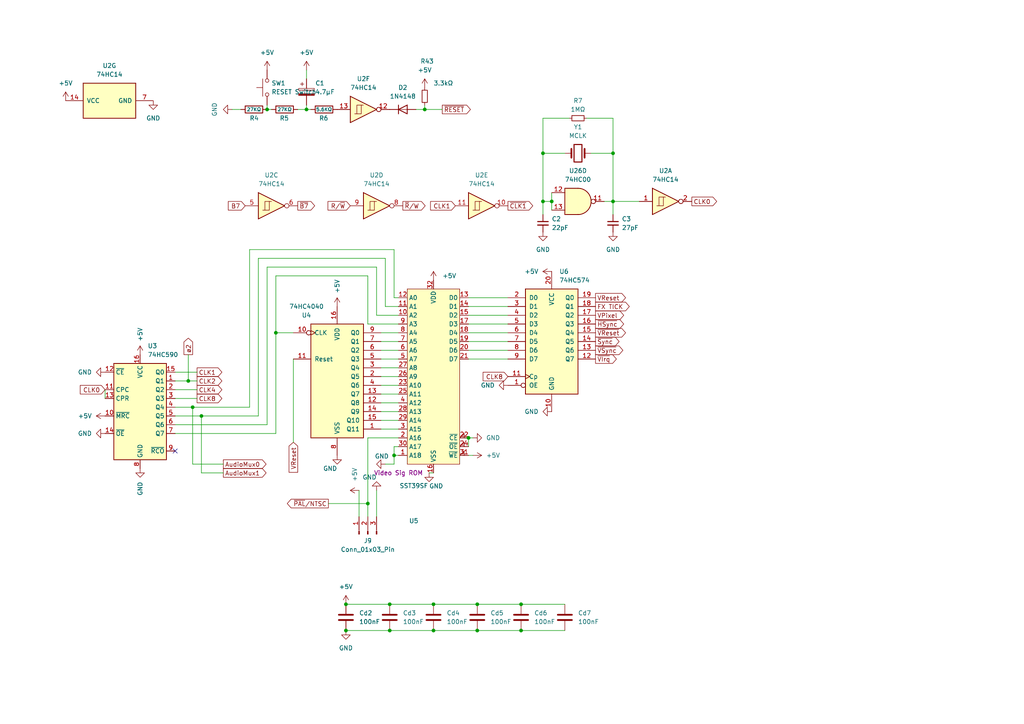
<source format=kicad_sch>
(kicad_sch (version 20231120) (generator "eeschema") (generator_version "8.0")
  (paper "A4")
  (title_block (title "Clock and Reset"))
  (lib_symbols
    (symbol "4xxx:4040" (pin_names (offset 1.016))
      (property "Reference" "U" (at -7.62 16.51 0))
      (property "Value" "4040" (at -7.62 -19.05 0))
      (symbol "4040_1_0"
        (pin output line (at 12.7 -15.24 180) (length 5.08) (name "Q11") (number "1"))
        (pin input inverted_clock (at -12.7 12.7 0) (length 5.08) (name "CLK") (number "10"))
        (pin input line (at -12.7 5.08 0) (length 5.08) (name "Reset") (number "11"))
        (pin output line (at 12.7 -7.62 180) (length 5.08) (name "Q8") (number "12"))
        (pin output line (at 12.7 -5.08 180) (length 5.08) (name "Q7") (number "13"))
        (pin output line (at 12.7 -10.16 180) (length 5.08) (name "Q9") (number "14"))
        (pin output line (at 12.7 -12.7 180) (length 5.08) (name "Q10") (number "15"))
        (pin power_in line (at 0 20.32 270) (length 5.08) (name "VDD") (number "16"))
        (pin output line (at 12.7 0 180) (length 5.08) (name "Q5") (number "2"))
        (pin output line (at 12.7 2.54 180) (length 5.08) (name "Q4") (number "3"))
        (pin output line (at 12.7 -2.54 180) (length 5.08) (name "Q6") (number "4"))
        (pin output line (at 12.7 5.08 180) (length 5.08) (name "Q3") (number "5"))
        (pin output line (at 12.7 7.62 180) (length 5.08) (name "Q2") (number "6"))
        (pin output line (at 12.7 10.16 180) (length 5.08) (name "Q1") (number "7"))
        (pin power_in line (at 0 -22.86 90) (length 5.08) (name "VSS") (number "8"))
        (pin output line (at 12.7 12.7 180) (length 5.08) (name "Q0") (number "9"))
      )
      (symbol "4040_1_1"
        (rectangle (start -7.62 15.24) (end 7.62 -17.78) (stroke (width 0.254)) (fill (type background)))
      )
    )
    (symbol "74xx:74HC00" (pin_names (offset 1.016))
      (property "Reference" "U" (at 0 1.27 0))
      (property "Value" "74HC00" (at 0 -1.27 0))
      (symbol "74HC00_1_1"
        (arc (start 0 -3.81) (mid 3.7934 0) (end 0 3.81) (stroke (width 0.254)) (fill (type background)))
        (polyline (pts (xy 0 3.81) (xy -3.81 3.81) (xy -3.81 -3.81) (xy 0 -3.81)) (stroke (width 0.254)) (fill (type background)))
        (pin input line (at -7.62 2.54 0) (length 3.81) (name "~") (number "1"))
        (pin input line (at -7.62 -2.54 0) (length 3.81) (name "~") (number "2"))
        (pin output inverted (at 7.62 0 180) (length 3.81) (name "~") (number "3"))
      )
      (symbol "74HC00_1_2"
        (arc (start -3.81 -3.81) (mid -2.589 0) (end -3.81 3.81) (stroke (width 0.254)))
        (arc (start -0.6096 -3.81) (mid 2.1842 -2.5851) (end 3.81 0) (stroke (width 0.254)) (fill (type background)))
        (polyline (pts (xy -3.81 -3.81) (xy -0.635 -3.81)) (stroke (width 0.254)) (fill (type background)))
        (polyline (pts (xy -3.81 3.81) (xy -0.635 3.81)) (stroke (width 0.254)) (fill (type background)))
        (polyline (pts (xy -0.635 3.81) (xy -3.81 3.81) (xy -3.81 3.81) (xy -3.556 3.4036) (xy -3.0226 2.2606) (xy -2.6924 1.0414) (xy -2.6162 -0.254) (xy -2.7686 -1.4986) (xy -3.175 -2.7178) (xy -3.81 -3.81) (xy -3.81 -3.81) (xy -0.635 -3.81)) (stroke (width -25.4)) (fill (type background)))
        (arc (start 3.81 0) (mid 2.1915 2.5936) (end -0.6096 3.81) (stroke (width 0.254)) (fill (type background)))
        (pin input inverted (at -7.62 2.54 0) (length 4.318) (name "~") (number "1"))
        (pin input inverted (at -7.62 -2.54 0) (length 4.318) (name "~") (number "2"))
        (pin output line (at 7.62 0 180) (length 3.81) (name "~") (number "3"))
      )
      (symbol "74HC00_2_1"
        (arc (start 0 -3.81) (mid 3.7934 0) (end 0 3.81) (stroke (width 0.254)) (fill (type background)))
        (polyline (pts (xy 0 3.81) (xy -3.81 3.81) (xy -3.81 -3.81) (xy 0 -3.81)) (stroke (width 0.254)) (fill (type background)))
        (pin input line (at -7.62 2.54 0) (length 3.81) (name "~") (number "4"))
        (pin input line (at -7.62 -2.54 0) (length 3.81) (name "~") (number "5"))
        (pin output inverted (at 7.62 0 180) (length 3.81) (name "~") (number "6"))
      )
      (symbol "74HC00_2_2"
        (arc (start -3.81 -3.81) (mid -2.589 0) (end -3.81 3.81) (stroke (width 0.254)))
        (arc (start -0.6096 -3.81) (mid 2.1842 -2.5851) (end 3.81 0) (stroke (width 0.254)) (fill (type background)))
        (polyline (pts (xy -3.81 -3.81) (xy -0.635 -3.81)) (stroke (width 0.254)) (fill (type background)))
        (polyline (pts (xy -3.81 3.81) (xy -0.635 3.81)) (stroke (width 0.254)) (fill (type background)))
        (polyline (pts (xy -0.635 3.81) (xy -3.81 3.81) (xy -3.81 3.81) (xy -3.556 3.4036) (xy -3.0226 2.2606) (xy -2.6924 1.0414) (xy -2.6162 -0.254) (xy -2.7686 -1.4986) (xy -3.175 -2.7178) (xy -3.81 -3.81) (xy -3.81 -3.81) (xy -0.635 -3.81)) (stroke (width -25.4)) (fill (type background)))
        (arc (start 3.81 0) (mid 2.1915 2.5936) (end -0.6096 3.81) (stroke (width 0.254)) (fill (type background)))
        (pin input inverted (at -7.62 2.54 0) (length 4.318) (name "~") (number "4"))
        (pin input inverted (at -7.62 -2.54 0) (length 4.318) (name "~") (number "5"))
        (pin output line (at 7.62 0 180) (length 3.81) (name "~") (number "6"))
      )
      (symbol "74HC00_3_1"
        (arc (start 0 -3.81) (mid 3.7934 0) (end 0 3.81) (stroke (width 0.254)) (fill (type background)))
        (polyline (pts (xy 0 3.81) (xy -3.81 3.81) (xy -3.81 -3.81) (xy 0 -3.81)) (stroke (width 0.254)) (fill (type background)))
        (pin input line (at -7.62 -2.54 0) (length 3.81) (name "~") (number "10"))
        (pin output inverted (at 7.62 0 180) (length 3.81) (name "~") (number "8"))
        (pin input line (at -7.62 2.54 0) (length 3.81) (name "~") (number "9"))
      )
      (symbol "74HC00_3_2"
        (arc (start -3.81 -3.81) (mid -2.589 0) (end -3.81 3.81) (stroke (width 0.254)))
        (arc (start -0.6096 -3.81) (mid 2.1842 -2.5851) (end 3.81 0) (stroke (width 0.254)) (fill (type background)))
        (polyline (pts (xy -3.81 -3.81) (xy -0.635 -3.81)) (stroke (width 0.254)) (fill (type background)))
        (polyline (pts (xy -3.81 3.81) (xy -0.635 3.81)) (stroke (width 0.254)) (fill (type background)))
        (polyline (pts (xy -0.635 3.81) (xy -3.81 3.81) (xy -3.81 3.81) (xy -3.556 3.4036) (xy -3.0226 2.2606) (xy -2.6924 1.0414) (xy -2.6162 -0.254) (xy -2.7686 -1.4986) (xy -3.175 -2.7178) (xy -3.81 -3.81) (xy -3.81 -3.81) (xy -0.635 -3.81)) (stroke (width -25.4)) (fill (type background)))
        (arc (start 3.81 0) (mid 2.1915 2.5936) (end -0.6096 3.81) (stroke (width 0.254)) (fill (type background)))
        (pin input inverted (at -7.62 -2.54 0) (length 4.318) (name "~") (number "10"))
        (pin output line (at 7.62 0 180) (length 3.81) (name "~") (number "8"))
        (pin input inverted (at -7.62 2.54 0) (length 4.318) (name "~") (number "9"))
      )
      (symbol "74HC00_4_1"
        (arc (start 0 -3.81) (mid 3.7934 0) (end 0 3.81) (stroke (width 0.254)) (fill (type background)))
        (polyline (pts (xy 0 3.81) (xy -3.81 3.81) (xy -3.81 -3.81) (xy 0 -3.81)) (stroke (width 0.254)) (fill (type background)))
        (pin output inverted (at 7.62 0 180) (length 3.81) (name "~") (number "11"))
        (pin input line (at -7.62 2.54 0) (length 3.81) (name "~") (number "12"))
        (pin input line (at -7.62 -2.54 0) (length 3.81) (name "~") (number "13"))
      )
      (symbol "74HC00_4_2"
        (arc (start -3.81 -3.81) (mid -2.589 0) (end -3.81 3.81) (stroke (width 0.254)))
        (arc (start -0.6096 -3.81) (mid 2.1842 -2.5851) (end 3.81 0) (stroke (width 0.254)) (fill (type background)))
        (polyline (pts (xy -3.81 -3.81) (xy -0.635 -3.81)) (stroke (width 0.254)) (fill (type background)))
        (polyline (pts (xy -3.81 3.81) (xy -0.635 3.81)) (stroke (width 0.254)) (fill (type background)))
        (polyline (pts (xy -0.635 3.81) (xy -3.81 3.81) (xy -3.81 3.81) (xy -3.556 3.4036) (xy -3.0226 2.2606) (xy -2.6924 1.0414) (xy -2.6162 -0.254) (xy -2.7686 -1.4986) (xy -3.175 -2.7178) (xy -3.81 -3.81) (xy -3.81 -3.81) (xy -0.635 -3.81)) (stroke (width -25.4)) (fill (type background)))
        (arc (start 3.81 0) (mid 2.1915 2.5936) (end -0.6096 3.81) (stroke (width 0.254)) (fill (type background)))
        (pin output line (at 7.62 0 180) (length 3.81) (name "~") (number "11"))
        (pin input inverted (at -7.62 2.54 0) (length 4.318) (name "~") (number "12"))
        (pin input inverted (at -7.62 -2.54 0) (length 4.318) (name "~") (number "13"))
      )
      (symbol "74HC00_5_0"
        (pin power_in line (at 0 12.7 270) (length 5.08) (name "VCC") (number "14"))
        (pin power_in line (at 0 -12.7 90) (length 5.08) (name "GND") (number "7"))
      )
      (symbol "74HC00_5_1"
        (rectangle (start -5.08 7.62) (end 5.08 -7.62) (stroke (width 0.254)) (fill (type background)))
      )
    )
    (symbol "74xx:74HC14" (pin_names (offset 1.016))
      (property "Reference" "U" (at 0 1.27 0))
      (property "Value" "74HC14" (at 0 -1.27 0))
      (symbol "74HC14_1_0"
        (polyline (pts (xy -3.81 3.81) (xy -3.81 -3.81) (xy 3.81 0) (xy -3.81 3.81)) (stroke (width 0.254)) (fill (type background)))
        (pin input line (at -7.62 0 0) (length 3.81) (name "~") (number "1"))
        (pin output inverted (at 7.62 0 180) (length 3.81) (name "~") (number "2"))
      )
      (symbol "74HC14_1_1"
        (polyline (pts (xy -1.905 -1.27) (xy -1.905 1.27) (xy -0.635 1.27)))
        (polyline (pts (xy -2.54 -1.27) (xy -0.635 -1.27) (xy -0.635 1.27) (xy 0 1.27)))
      )
      (symbol "74HC14_2_0"
        (polyline (pts (xy -3.81 3.81) (xy -3.81 -3.81) (xy 3.81 0) (xy -3.81 3.81)) (stroke (width 0.254)) (fill (type background)))
        (pin input line (at -7.62 0 0) (length 3.81) (name "~") (number "3"))
        (pin output inverted (at 7.62 0 180) (length 3.81) (name "~") (number "4"))
      )
      (symbol "74HC14_2_1"
        (polyline (pts (xy -1.905 -1.27) (xy -1.905 1.27) (xy -0.635 1.27)))
        (polyline (pts (xy -2.54 -1.27) (xy -0.635 -1.27) (xy -0.635 1.27) (xy 0 1.27)))
      )
      (symbol "74HC14_3_0"
        (polyline (pts (xy -3.81 3.81) (xy -3.81 -3.81) (xy 3.81 0) (xy -3.81 3.81)) (stroke (width 0.254)) (fill (type background)))
        (pin input line (at -7.62 0 0) (length 3.81) (name "~") (number "5"))
        (pin output inverted (at 7.62 0 180) (length 3.81) (name "~") (number "6"))
      )
      (symbol "74HC14_3_1"
        (polyline (pts (xy -1.905 -1.27) (xy -1.905 1.27) (xy -0.635 1.27)))
        (polyline (pts (xy -2.54 -1.27) (xy -0.635 -1.27) (xy -0.635 1.27) (xy 0 1.27)))
      )
      (symbol "74HC14_4_0"
        (polyline (pts (xy -3.81 3.81) (xy -3.81 -3.81) (xy 3.81 0) (xy -3.81 3.81)) (stroke (width 0.254)) (fill (type background)))
        (pin output inverted (at 7.62 0 180) (length 3.81) (name "~") (number "8"))
        (pin input line (at -7.62 0 0) (length 3.81) (name "~") (number "9"))
      )
      (symbol "74HC14_4_1"
        (polyline (pts (xy -1.905 -1.27) (xy -1.905 1.27) (xy -0.635 1.27)))
        (polyline (pts (xy -2.54 -1.27) (xy -0.635 -1.27) (xy -0.635 1.27) (xy 0 1.27)))
      )
      (symbol "74HC14_5_0"
        (polyline (pts (xy -3.81 3.81) (xy -3.81 -3.81) (xy 3.81 0) (xy -3.81 3.81)) (stroke (width 0.254)) (fill (type background)))
        (pin output inverted (at 7.62 0 180) (length 3.81) (name "~") (number "10"))
        (pin input line (at -7.62 0 0) (length 3.81) (name "~") (number "11"))
      )
      (symbol "74HC14_5_1"
        (polyline (pts (xy -1.905 -1.27) (xy -1.905 1.27) (xy -0.635 1.27)))
        (polyline (pts (xy -2.54 -1.27) (xy -0.635 -1.27) (xy -0.635 1.27) (xy 0 1.27)))
      )
      (symbol "74HC14_6_0"
        (polyline (pts (xy -3.81 3.81) (xy -3.81 -3.81) (xy 3.81 0) (xy -3.81 3.81)) (stroke (width 0.254)) (fill (type background)))
        (pin output inverted (at 7.62 0 180) (length 3.81) (name "~") (number "12"))
        (pin input line (at -7.62 0 0) (length 3.81) (name "~") (number "13"))
      )
      (symbol "74HC14_6_1"
        (polyline (pts (xy -1.905 -1.27) (xy -1.905 1.27) (xy -0.635 1.27)))
        (polyline (pts (xy -2.54 -1.27) (xy -0.635 -1.27) (xy -0.635 1.27) (xy 0 1.27)))
      )
      (symbol "74HC14_7_0"
        (pin power_in line (at 0 12.7 270) (length 5.08) (name "VCC") (number "14"))
        (pin power_in line (at 0 -12.7 90) (length 5.08) (name "GND") (number "7"))
      )
      (symbol "74HC14_7_1"
        (rectangle (start -5.08 7.62) (end 5.08 -7.62) (stroke (width 0.254)) (fill (type background)))
      )
    )
    (symbol "74xx:74HC590"
      (property "Reference" "U" (at -7.62 16.51 0))
      (property "Value" "74HC590" (at -7.62 -13.97 0))
      (symbol "74HC590_1_0"
        (pin tri_state line (at 10.16 10.16 180) (length 2.54) (name "Q1") (number "1"))
        (pin input line (at -10.16 0 0) (length 2.54) (name "~{MRC}") (number "10"))
        (pin input line (at -10.16 7.62 0) (length 2.54) (name "CPC") (number "11"))
        (pin input line (at -10.16 12.7 0) (length 2.54) (name "~{CE}") (number "12"))
        (pin input line (at -10.16 5.08 0) (length 2.54) (name "CPR") (number "13"))
        (pin input line (at -10.16 -5.08 0) (length 2.54) (name "~{OE}") (number "14"))
        (pin tri_state line (at 10.16 12.7 180) (length 2.54) (name "Q0") (number "15"))
        (pin power_in line (at 0 17.78 270) (length 2.54) (name "VCC") (number "16"))
        (pin tri_state line (at 10.16 7.62 180) (length 2.54) (name "Q2") (number "2"))
        (pin tri_state line (at 10.16 5.08 180) (length 2.54) (name "Q3") (number "3"))
        (pin tri_state line (at 10.16 2.54 180) (length 2.54) (name "Q4") (number "4"))
        (pin tri_state line (at 10.16 0 180) (length 2.54) (name "Q5") (number "5"))
        (pin tri_state line (at 10.16 -2.54 180) (length 2.54) (name "Q6") (number "6"))
        (pin tri_state line (at 10.16 -5.08 180) (length 2.54) (name "Q7") (number "7"))
        (pin power_in line (at 0 -15.24 90) (length 2.54) (name "GND") (number "8"))
        (pin output line (at 10.16 -10.16 180) (length 2.54) (name "~{RCO}") (number "9"))
      )
      (symbol "74HC590_1_1"
        (rectangle (start -7.62 15.24) (end 7.62 -12.7) (stroke (width 0.254)) (fill (type background)))
      )
    )
    (symbol "74xx:74HCT574" (pin_names (offset 1.016))
      (property "Reference" "U" (at -7.62 16.51 0))
      (property "Value" "74HCT574" (at -7.62 -16.51 0))
      (symbol "74HCT574_1_0"
        (pin input inverted (at -12.7 -12.7 0) (length 5.08) (name "OE") (number "1"))
        (pin power_in line (at 0 -20.32 90) (length 5.08) (name "GND") (number "10"))
        (pin input clock (at -12.7 -10.16 0) (length 5.08) (name "Cp") (number "11"))
        (pin tri_state line (at 12.7 -5.08 180) (length 5.08) (name "Q7") (number "12"))
        (pin tri_state line (at 12.7 -2.54 180) (length 5.08) (name "Q6") (number "13"))
        (pin tri_state line (at 12.7 0 180) (length 5.08) (name "Q5") (number "14"))
        (pin tri_state line (at 12.7 2.54 180) (length 5.08) (name "Q4") (number "15"))
        (pin tri_state line (at 12.7 5.08 180) (length 5.08) (name "Q3") (number "16"))
        (pin tri_state line (at 12.7 7.62 180) (length 5.08) (name "Q2") (number "17"))
        (pin tri_state line (at 12.7 10.16 180) (length 5.08) (name "Q1") (number "18"))
        (pin tri_state line (at 12.7 12.7 180) (length 5.08) (name "Q0") (number "19"))
        (pin input line (at -12.7 12.7 0) (length 5.08) (name "D0") (number "2"))
        (pin power_in line (at 0 20.32 270) (length 5.08) (name "VCC") (number "20"))
        (pin input line (at -12.7 10.16 0) (length 5.08) (name "D1") (number "3"))
        (pin input line (at -12.7 7.62 0) (length 5.08) (name "D2") (number "4"))
        (pin input line (at -12.7 5.08 0) (length 5.08) (name "D3") (number "5"))
        (pin input line (at -12.7 2.54 0) (length 5.08) (name "D4") (number "6"))
        (pin input line (at -12.7 0 0) (length 5.08) (name "D5") (number "7"))
        (pin input line (at -12.7 -2.54 0) (length 5.08) (name "D6") (number "8"))
        (pin input line (at -12.7 -5.08 0) (length 5.08) (name "D7") (number "9"))
      )
      (symbol "74HCT574_1_1"
        (rectangle (start -7.62 15.24) (end 7.62 -15.24) (stroke (width 0.254)) (fill (type background)))
      )
    )
    (symbol "Connector:Conn_01x03_Pin" (pin_names (offset 1.016) hide)
      (property "Reference" "J" (at 0 5.08 0))
      (property "Value" "Conn_01x03_Pin" (at 0 -5.08 0))
      (symbol "Conn_01x03_Pin_1_1"
        (polyline (pts (xy 1.27 -2.54) (xy 0.8636 -2.54)) (stroke (width 0.1524)))
        (polyline (pts (xy 1.27 0) (xy 0.8636 0)) (stroke (width 0.1524)))
        (polyline (pts (xy 1.27 2.54) (xy 0.8636 2.54)) (stroke (width 0.1524)))
        (rectangle (start 0.8636 -2.413) (end 0 -2.667) (stroke (width 0.1524)) (fill (type outline)))
        (rectangle (start 0.8636 0.127) (end 0 -0.127) (stroke (width 0.1524)) (fill (type outline)))
        (rectangle (start 0.8636 2.667) (end 0 2.413) (stroke (width 0.1524)) (fill (type outline)))
        (pin passive line (at 5.08 2.54 180) (length 3.81) (name "Pin_1") (number "1"))
        (pin passive line (at 5.08 0 180) (length 3.81) (name "Pin_2") (number "2"))
        (pin passive line (at 5.08 -2.54 180) (length 3.81) (name "Pin_3") (number "3"))
      )
    )
    (symbol "Device:C" (pin_numbers hide) (pin_names (offset 0.254))
      (property "Reference" "C" (at 0.635 2.54 0))
      (property "Value" "C" (at 0.635 -2.54 0))
      (symbol "C_0_1"
        (polyline (pts (xy -2.032 -0.762) (xy 2.032 -0.762)) (stroke (width 0.508)))
        (polyline (pts (xy -2.032 0.762) (xy 2.032 0.762)) (stroke (width 0.508)))
      )
      (symbol "C_1_1"
        (pin passive line (at 0 3.81 270) (length 2.794) (name "~") (number "1"))
        (pin passive line (at 0 -3.81 90) (length 2.794) (name "~") (number "2"))
      )
    )
    (symbol "Device:C_Polarized" (pin_numbers hide) (pin_names (offset 0.254))
      (property "Reference" "C" (at 0.635 2.54 0))
      (property "Value" "C_Polarized" (at 0.635 -2.54 0))
      (symbol "C_Polarized_0_1"
        (rectangle (start -2.286 0.508) (end 2.286 1.016))
        (polyline (pts (xy -1.778 2.286) (xy -0.762 2.286)))
        (polyline (pts (xy -1.27 2.794) (xy -1.27 1.778)))
        (rectangle (start 2.286 -0.508) (end -2.286 -1.016) (fill (type outline)))
      )
      (symbol "C_Polarized_1_1"
        (pin passive line (at 0 3.81 270) (length 2.794) (name "~") (number "1"))
        (pin passive line (at 0 -3.81 90) (length 2.794) (name "~") (number "2"))
      )
    )
    (symbol "Device:C_Small" (pin_numbers hide) (pin_names (offset 0.254) hide)
      (property "Reference" "C" (at 0.254 1.778 0))
      (property "Value" "C_Small" (at 0.254 -2.032 0))
      (symbol "C_Small_0_1"
        (polyline (pts (xy -1.524 -0.508) (xy 1.524 -0.508)) (stroke (width 0.3302)))
        (polyline (pts (xy -1.524 0.508) (xy 1.524 0.508)) (stroke (width 0.3048)))
      )
      (symbol "C_Small_1_1"
        (pin passive line (at 0 2.54 270) (length 2.032) (name "~") (number "1"))
        (pin passive line (at 0 -2.54 90) (length 2.032) (name "~") (number "2"))
      )
    )
    (symbol "Device:Crystal" (pin_numbers hide) (pin_names (offset 1.016) hide)
      (property "Reference" "Y" (at 0 3.81 0))
      (property "Value" "Crystal" (at 0 -3.81 0))
      (symbol "Crystal_0_1"
        (rectangle (start -1.143 2.54) (end 1.143 -2.54) (stroke (width 0.3048)))
        (polyline (pts (xy -2.54 0) (xy -1.905 0)))
        (polyline (pts (xy -1.905 -1.27) (xy -1.905 1.27)) (stroke (width 0.508)))
        (polyline (pts (xy 1.905 -1.27) (xy 1.905 1.27)) (stroke (width 0.508)))
        (polyline (pts (xy 2.54 0) (xy 1.905 0)))
      )
      (symbol "Crystal_1_1"
        (pin passive line (at -3.81 0 0) (length 1.27) (name "1") (number "1"))
        (pin passive line (at 3.81 0 180) (length 1.27) (name "2") (number "2"))
      )
    )
    (symbol "Device:R" (pin_numbers hide) (pin_names (offset 0))
      (property "Reference" "R" (at 2.032 0 90))
      (property "Value" "R" (at 0 0 90))
      (symbol "R_0_1"
        (rectangle (start -1.016 -2.54) (end 1.016 2.54) (stroke (width 0.254)))
      )
      (symbol "R_1_1"
        (pin passive line (at 0 3.81 270) (length 1.27) (name "~") (number "1"))
        (pin passive line (at 0 -3.81 90) (length 1.27) (name "~") (number "2"))
      )
    )
    (symbol "Device:R_Small" (pin_numbers hide) (pin_names (offset 0.254) hide)
      (property "Reference" "R" (at 0.762 0.508 0))
      (property "Value" "R_Small" (at 0.762 -1.016 0))
      (symbol "R_Small_0_1"
        (rectangle (start -0.762 1.778) (end 0.762 -1.778) (stroke (width 0.2032)))
      )
      (symbol "R_Small_1_1"
        (pin passive line (at 0 2.54 270) (length 0.762) (name "~") (number "1"))
        (pin passive line (at 0 -2.54 90) (length 0.762) (name "~") (number "2"))
      )
    )
    (symbol "Diode:1N4148" (pin_numbers hide) (pin_names hide)
      (property "Reference" "D" (at 0 2.54 0))
      (property "Value" "1N4148" (at 0 -2.54 0))
      (symbol "1N4148_0_1"
        (polyline (pts (xy -1.27 1.27) (xy -1.27 -1.27)) (stroke (width 0.254)))
        (polyline (pts (xy 1.27 0) (xy -1.27 0)))
        (polyline (pts (xy 1.27 1.27) (xy 1.27 -1.27) (xy -1.27 0) (xy 1.27 1.27)) (stroke (width 0.254)))
      )
      (symbol "1N4148_1_1"
        (pin passive line (at -3.81 0 0) (length 2.54) (name "K") (number "1"))
        (pin passive line (at 3.81 0 180) (length 2.54) (name "A") (number "2"))
      )
    )
    (symbol "Memory_Lib:SST39SF040"
      (property "Reference" "U" (at 11.43 54.61 0))
      (property "Value" "SST39SF040" (at 19.05 52.07 0))
      (symbol "SST39SF040_1_1"
        (rectangle (start 0 50.8) (end 15.24 0) (fill (type background)))
        (pin input line (at -2.54 2.54 0) (length 2.54) (name "A18") (number "1"))
        (pin input line (at -2.54 43.18 0) (length 2.54) (name "A2") (number "10"))
        (pin input line (at -2.54 45.72 0) (length 2.54) (name "A1") (number "11"))
        (pin input line (at -2.54 48.26 0) (length 2.54) (name "A0") (number "12"))
        (pin bidirectional line (at 17.78 48.26 180) (length 2.54) (name "D0") (number "13"))
        (pin bidirectional line (at 17.78 45.72 180) (length 2.54) (name "D1") (number "14"))
        (pin bidirectional line (at 17.78 43.18 180) (length 2.54) (name "D2") (number "15"))
        (pin power_in line (at 7.62 -2.54 90) (length 2.54) (name "VSS") (number "16"))
        (pin bidirectional line (at 17.78 40.64 180) (length 2.54) (name "D3") (number "17"))
        (pin bidirectional line (at 17.78 38.1 180) (length 2.54) (name "D4") (number "18"))
        (pin bidirectional line (at 17.78 35.56 180) (length 2.54) (name "D5") (number "19"))
        (pin input line (at -2.54 7.62 0) (length 2.54) (name "A16") (number "2"))
        (pin bidirectional line (at 17.78 33.02 180) (length 2.54) (name "D6") (number "20"))
        (pin bidirectional line (at 17.78 30.48 180) (length 2.54) (name "D7") (number "21"))
        (pin input input_low (at 17.78 7.62 180) (length 2.54) (name "~{CE}") (number "22"))
        (pin input line (at -2.54 22.86 0) (length 2.54) (name "A10") (number "23"))
        (pin input input_low (at 17.78 5.08 180) (length 2.54) (name "~{OE}") (number "24"))
        (pin input line (at -2.54 20.32 0) (length 2.54) (name "A11") (number "25"))
        (pin input line (at -2.54 25.4 0) (length 2.54) (name "A9") (number "26"))
        (pin input line (at -2.54 27.94 0) (length 2.54) (name "A8") (number "27"))
        (pin input line (at -2.54 15.24 0) (length 2.54) (name "A13") (number "28"))
        (pin input line (at -2.54 12.7 0) (length 2.54) (name "A14") (number "29"))
        (pin input line (at -2.54 10.16 0) (length 2.54) (name "A15") (number "3"))
        (pin input line (at -2.54 5.08 0) (length 2.54) (name "A17") (number "30"))
        (pin input input_low (at 17.78 2.54 180) (length 2.54) (name "~{WE}") (number "31"))
        (pin power_in line (at 7.62 53.34 270) (length 2.54) (name "VDD") (number "32"))
        (pin input line (at -2.54 17.78 0) (length 2.54) (name "A12") (number "4"))
        (pin input line (at -2.54 30.48 0) (length 2.54) (name "A7") (number "5"))
        (pin input line (at -2.54 33.02 0) (length 2.54) (name "A6") (number "6"))
        (pin input line (at -2.54 35.56 0) (length 2.54) (name "A5") (number "7"))
        (pin input line (at -2.54 38.1 0) (length 2.54) (name "A4") (number "8"))
        (pin input line (at -2.54 40.64 0) (length 2.54) (name "A3") (number "9"))
      )
    )
    (symbol "Switch:SW_Push" (pin_numbers hide) (pin_names (offset 1.016) hide)
      (property "Reference" "SW" (at 1.27 2.54 0))
      (property "Value" "SW_Push" (at 0 -1.524 0))
      (symbol "SW_Push_0_1"
        (circle (center -2.032 0) (radius 0.508))
        (polyline (pts (xy 0 1.27) (xy 0 3.048)))
        (polyline (pts (xy 2.54 1.27) (xy -2.54 1.27)))
        (circle (center 2.032 0) (radius 0.508))
        (pin passive line (at -5.08 0 0) (length 2.54) (name "1") (number "1"))
        (pin passive line (at 5.08 0 180) (length 2.54) (name "2") (number "2"))
      )
    )
    (symbol "power:+5V" (power) (pin_names (offset 0))
      (property "Value" "+5V" (at 0 3.556 0))
      (symbol "+5V_0_1"
        (polyline (pts (xy -0.762 1.27) (xy 0 2.54)))
        (polyline (pts (xy 0 0) (xy 0 2.54)))
        (polyline (pts (xy 0 2.54) (xy 0.762 1.27)))
      )
      (symbol "+5V_1_1"
        (pin power_in line (at 0 0 90) (length 0) hide (name "+5V") (number "1"))
      )
    )
    (symbol "power:GND" (power) (pin_names (offset 0))
      (property "Value" "GND" (at 0 -3.81 0))
      (symbol "GND_0_1"
        (polyline (pts (xy 0 0) (xy 0 -1.27) (xy 1.27 -1.27) (xy 0 -2.54) (xy -1.27 -1.27) (xy 0 -1.27)))
      )
      (symbol "GND_1_1"
        (pin power_in line (at 0 0 270) (length 0) hide (name "GND") (number "1"))
      )
    )
  )
  (junction (at 54.61 110.49))
  (junction (at 100.33 182.88))
  (junction (at 151.13 175.26))
  (junction (at 160.02 58.42))
  (junction (at 55.88 118.11))
  (junction (at 113.03 182.88))
  (junction (at 113.03 175.26))
  (junction (at 151.13 182.88))
  (junction (at 125.73 182.88))
  (junction (at 138.43 175.26))
  (junction (at 114.3 132.08))
  (junction (at 77.47 31.75))
  (junction (at 123.19 31.75))
  (junction (at 177.8 44.45))
  (junction (at 138.43 182.88))
  (junction (at 58.42 120.65))
  (junction (at 177.8 58.42))
  (junction (at 100.33 175.26))
  (junction (at 157.48 58.42))
  (junction (at 80.01 96.52))
  (junction (at 125.73 175.26))
  (junction (at 106.68 146.05))
  (junction (at 135.89 127))
  (junction (at 88.9 31.75))
  (junction (at 157.48 44.45))
  (no_connect (at 50.8 130.81))
  (wire (pts (xy 177.8 62.23) (xy 177.8 58.42)))
  (wire (pts (xy 114.3 86.36) (xy 114.3 72.39)))
  (wire (pts (xy 170.18 34.29) (xy 177.8 34.29)))
  (wire (pts (xy 50.8 110.49) (xy 54.61 110.49)))
  (wire (pts (xy 64.77 134.62) (xy 55.88 134.62)))
  (wire (pts (xy 72.39 118.11) (xy 55.88 118.11)))
  (wire (pts (xy 80.01 96.52) (xy 85.09 96.52)))
  (wire (pts (xy 58.42 120.65) (xy 50.8 120.65)))
  (wire (pts (xy 157.48 44.45) (xy 163.83 44.45)))
  (wire (pts (xy 138.43 182.88) (xy 151.13 182.88)))
  (wire (pts (xy 115.57 99.06) (xy 110.49 99.06)))
  (wire (pts (xy 58.42 120.65) (xy 74.93 120.65)))
  (wire (pts (xy 67.31 31.75) (xy 69.85 31.75)))
  (wire (pts (xy 54.61 110.49) (xy 57.15 110.49)))
  (wire (pts (xy 137.16 127) (xy 135.89 127)))
  (wire (pts (xy 72.39 72.39) (xy 114.3 72.39)))
  (wire (pts (xy 115.57 96.52) (xy 110.49 96.52)))
  (wire (pts (xy 95.25 146.05) (xy 106.68 146.05)))
  (wire (pts (xy 115.57 109.22) (xy 110.49 109.22)))
  (wire (pts (xy 160.02 58.42) (xy 160.02 60.96)))
  (wire (pts (xy 110.49 124.46) (xy 115.57 124.46)))
  (wire (pts (xy 147.32 104.14) (xy 135.89 104.14)))
  (wire (pts (xy 77.47 31.75) (xy 77.47 30.48)))
  (wire (pts (xy 115.57 88.9) (xy 111.76 88.9)))
  (wire (pts (xy 147.32 96.52) (xy 135.89 96.52)))
  (wire (pts (xy 106.68 93.98) (xy 115.57 93.98)))
  (wire (pts (xy 151.13 182.88) (xy 163.83 182.88)))
  (wire (pts (xy 123.19 30.48) (xy 123.19 31.75)))
  (wire (pts (xy 115.57 106.68) (xy 110.49 106.68)))
  (wire (pts (xy 147.32 101.6) (xy 135.89 101.6)))
  (wire (pts (xy 114.3 132.08) (xy 114.3 129.54)))
  (wire (pts (xy 85.09 128.27) (xy 85.09 104.14)))
  (wire (pts (xy 115.57 86.36) (xy 114.3 86.36)))
  (wire (pts (xy 160.02 58.42) (xy 157.48 58.42)))
  (wire (pts (xy 177.8 58.42) (xy 185.42 58.42)))
  (wire (pts (xy 30.48 113.03) (xy 30.48 115.57)))
  (wire (pts (xy 106.68 146.05) (xy 106.68 149.86)))
  (wire (pts (xy 50.8 123.19) (xy 77.47 123.19)))
  (wire (pts (xy 77.47 123.19) (xy 77.47 77.47)))
  (wire (pts (xy 57.15 115.57) (xy 50.8 115.57)))
  (wire (pts (xy 115.57 129.54) (xy 114.3 129.54)))
  (wire (pts (xy 177.8 44.45) (xy 171.45 44.45)))
  (wire (pts (xy 115.57 104.14) (xy 110.49 104.14)))
  (wire (pts (xy 88.9 20.32) (xy 88.9 22.86)))
  (wire (pts (xy 106.68 127) (xy 115.57 127)))
  (wire (pts (xy 160.02 55.88) (xy 160.02 58.42)))
  (wire (pts (xy 115.57 116.84) (xy 110.49 116.84)))
  (wire (pts (xy 54.61 102.87) (xy 54.61 110.49)))
  (wire (pts (xy 177.8 44.45) (xy 177.8 58.42)))
  (wire (pts (xy 57.15 113.03) (xy 50.8 113.03)))
  (wire (pts (xy 106.68 127) (xy 106.68 146.05)))
  (wire (pts (xy 177.8 34.29) (xy 177.8 44.45)))
  (wire (pts (xy 147.32 91.44) (xy 135.89 91.44)))
  (wire (pts (xy 115.57 111.76) (xy 110.49 111.76)))
  (wire (pts (xy 111.76 74.93) (xy 74.93 74.93)))
  (wire (pts (xy 55.88 134.62) (xy 55.88 118.11)))
  (wire (pts (xy 100.33 175.26) (xy 113.03 175.26)))
  (wire (pts (xy 175.26 58.42) (xy 177.8 58.42)))
  (wire (pts (xy 125.73 137.16) (xy 124.46 137.16)))
  (wire (pts (xy 113.03 182.88) (xy 125.73 182.88)))
  (wire (pts (xy 106.68 80.01) (xy 80.01 80.01)))
  (wire (pts (xy 111.76 134.62) (xy 114.3 134.62)))
  (wire (pts (xy 137.16 132.08) (xy 135.89 132.08)))
  (wire (pts (xy 125.73 175.26) (xy 138.43 175.26)))
  (wire (pts (xy 58.42 137.16) (xy 58.42 120.65)))
  (wire (pts (xy 100.33 182.88) (xy 113.03 182.88)))
  (wire (pts (xy 77.47 77.47) (xy 109.22 77.47)))
  (wire (pts (xy 74.93 120.65) (xy 74.93 74.93)))
  (wire (pts (xy 111.76 88.9) (xy 111.76 74.93)))
  (wire (pts (xy 135.89 127) (xy 135.89 129.54)))
  (wire (pts (xy 135.89 127) (xy 134.62 127)))
  (wire (pts (xy 78.74 31.75) (xy 77.47 31.75)))
  (wire (pts (xy 115.57 114.3) (xy 110.49 114.3)))
  (wire (pts (xy 86.36 31.75) (xy 88.9 31.75)))
  (wire (pts (xy 120.65 31.75) (xy 123.19 31.75)))
  (wire (pts (xy 147.32 99.06) (xy 135.89 99.06)))
  (wire (pts (xy 88.9 30.48) (xy 88.9 31.75)))
  (wire (pts (xy 147.32 88.9) (xy 135.89 88.9)))
  (wire (pts (xy 106.68 80.01) (xy 106.68 93.98)))
  (wire (pts (xy 55.88 118.11) (xy 50.8 118.11)))
  (wire (pts (xy 109.22 77.47) (xy 109.22 91.44)))
  (wire (pts (xy 109.22 91.44) (xy 115.57 91.44)))
  (wire (pts (xy 151.13 175.26) (xy 163.83 175.26)))
  (wire (pts (xy 104.14 149.86) (xy 104.14 142.24)))
  (wire (pts (xy 157.48 44.45) (xy 157.48 58.42)))
  (wire (pts (xy 138.43 175.26) (xy 151.13 175.26)))
  (wire (pts (xy 165.1 34.29) (xy 157.48 34.29)))
  (wire (pts (xy 157.48 34.29) (xy 157.48 44.45)))
  (wire (pts (xy 72.39 72.39) (xy 72.39 118.11)))
  (wire (pts (xy 57.15 107.95) (xy 50.8 107.95)))
  (wire (pts (xy 115.57 119.38) (xy 110.49 119.38)))
  (wire (pts (xy 125.73 182.88) (xy 138.43 182.88)))
  (wire (pts (xy 115.57 132.08) (xy 114.3 132.08)))
  (wire (pts (xy 80.01 125.73) (xy 80.01 96.52)))
  (wire (pts (xy 80.01 96.52) (xy 80.01 80.01)))
  (wire (pts (xy 115.57 101.6) (xy 110.49 101.6)))
  (wire (pts (xy 110.49 121.92) (xy 115.57 121.92)))
  (wire (pts (xy 123.19 31.75) (xy 128.27 31.75)))
  (wire (pts (xy 109.22 149.86) (xy 109.22 142.24)))
  (wire (pts (xy 147.32 86.36) (xy 135.89 86.36)))
  (wire (pts (xy 114.3 134.62) (xy 114.3 132.08)))
  (wire (pts (xy 50.8 125.73) (xy 80.01 125.73)))
  (wire (pts (xy 147.32 93.98) (xy 135.89 93.98)))
  (wire (pts (xy 157.48 62.23) (xy 157.48 58.42)))
  (wire (pts (xy 90.17 31.75) (xy 88.9 31.75)))
  (wire (pts (xy 113.03 175.26) (xy 125.73 175.26)))
  (wire (pts (xy 64.77 137.16) (xy 58.42 137.16)))
  (global_label "~{R}{slash}W" (shape output) (at 116.84 59.69 0) (property "Intersheetrefs" "${INTERSHEET_REFS}" (effects (hide yes))))
  (global_label "CLK0" (shape input) (at 30.48 113.03 180) (property "Intersheetrefs" "${INTERSHEET_REFS}" (effects (hide yes))))
  (global_label "~{VIrq}" (shape output) (at 172.72 104.14 0) (property "Intersheetrefs" "${INTERSHEET_REFS}" (effects (hide yes))))
  (global_label "~{Sync}" (shape output) (at 172.72 99.06 0) (property "Intersheetrefs" "${INTERSHEET_REFS}" (effects (hide yes))))
  (global_label "~{VSync}" (shape output) (at 172.72 101.6 0) (property "Intersheetrefs" "${INTERSHEET_REFS}" (effects (hide yes))))
  (global_label "~{PAL}{slash}NTSC" (shape output) (at 95.25 146.05 180) (property "Intersheetrefs" "${INTERSHEET_REFS}" (effects (hide yes))))
  (global_label "ø2" (shape output) (at 54.61 102.87 90) (property "Intersheetrefs" "${INTERSHEET_REFS}" (effects (hide yes))))
  (global_label "AudioMux1" (shape output) (at 64.77 137.16 0) (property "Intersheetrefs" "${INTERSHEET_REFS}" (effects (hide yes))))
  (global_label "CLK1" (shape output) (at 57.15 107.95 0) (property "Intersheetrefs" "${INTERSHEET_REFS}" (effects (hide yes))))
  (global_label "VReset" (shape input) (at 85.09 128.27 270) (property "Intersheetrefs" "${INTERSHEET_REFS}" (effects (hide yes))))
  (global_label "VReset" (shape output) (at 172.72 86.36 0) (property "Intersheetrefs" "${INTERSHEET_REFS}" (effects (hide yes))))
  (global_label "~{HSync}" (shape output) (at 172.72 93.98 0) (property "Intersheetrefs" "${INTERSHEET_REFS}" (effects (hide yes))))
  (global_label "CLK2" (shape output) (at 57.15 110.49 0) (property "Intersheetrefs" "${INTERSHEET_REFS}" (effects (hide yes))))
  (global_label "CLK1" (shape input) (at 132.08 59.69 180) (property "Intersheetrefs" "${INTERSHEET_REFS}" (effects (hide yes))))
  (global_label "~{CLK1}" (shape output) (at 147.32 59.69 0) (property "Intersheetrefs" "${INTERSHEET_REFS}" (effects (hide yes))))
  (global_label "~{RESET}" (shape output) (at 128.27 31.75 0) (property "Intersheetrefs" "${INTERSHEET_REFS}" (effects (hide yes))))
  (global_label "CLK0" (shape output) (at 200.66 58.42 0) (property "Intersheetrefs" "${INTERSHEET_REFS}" (effects (hide yes))))
  (global_label "CLK8" (shape input) (at 147.32 109.22 180) (property "Intersheetrefs" "${INTERSHEET_REFS}" (effects (hide yes))))
  (global_label "B7" (shape input) (at 71.12 59.69 180) (property "Intersheetrefs" "${INTERSHEET_REFS}" (effects (hide yes))))
  (global_label "CLK4" (shape output) (at 57.15 113.03 0) (property "Intersheetrefs" "${INTERSHEET_REFS}" (effects (hide yes))))
  (global_label "R{slash}~{W}" (shape input) (at 101.6 59.69 180) (property "Intersheetrefs" "${INTERSHEET_REFS}" (effects (hide yes))))
  (global_label "VPixel" (shape output) (at 172.72 91.44 0) (property "Intersheetrefs" "${INTERSHEET_REFS}" (effects (hide yes))))
  (global_label "CLK8" (shape output) (at 57.15 115.57 0) (property "Intersheetrefs" "${INTERSHEET_REFS}" (effects (hide yes))))
  (global_label "AudioMux0" (shape output) (at 64.77 134.62 0) (property "Intersheetrefs" "${INTERSHEET_REFS}" (effects (hide yes))))
  (global_label "~{VReset}" (shape output) (at 172.72 96.52 0) (property "Intersheetrefs" "${INTERSHEET_REFS}" (effects (hide yes))))
  (global_label "FX TICK" (shape output) (at 172.72 88.9 0) (property "Intersheetrefs" "${INTERSHEET_REFS}" (effects (hide yes))))
  (global_label "~{B7}" (shape output) (at 86.36 59.69 0) (property "Intersheetrefs" "${INTERSHEET_REFS}" (effects (hide yes))))
  (symbol (lib_id "Device:C") (at 125.73 179.07 0) (unit 1)
    (property "Reference" "Cd4" (at 129.54 177.8 0) (effects (justify left)))
    (property "Value" "100nF" (at 129.54 180.34 0) (effects (justify left)))
    (property "Footprint" "Capacitor_THT:C_Disc_D3.0mm_W1.6mm_P2.50mm" (effects (hide yes)))
  )
  (symbol (lib_id "power:GND") (at 124.46 137.16 0) (unit 1)
    (property "Reference" "#PWR025" (effects (hide yes)))
    (property "Value" "GND" (at 124.46 140.97 0) (effects (justify left)))
  )
  (symbol (lib_id "power:+5V") (at 77.47 20.32 0) (unit 1)
    (property "Reference" "#PWR016" (effects (hide yes)))
    (property "Value" "+5V" (at 77.47 15.24 0))
  )
  (symbol (lib_id "power:+5V") (at 19.05 29.21 0) (unit 1)
    (property "Reference" "#PWR09" (effects (hide yes)))
    (property "Value" "+5V" (at 19.05 24.13 0))
  )
  (symbol (lib_id "power:GND") (at 177.8 67.31 0) (unit 1)
    (property "Reference" "#PWR032" (effects (hide yes)))
    (property "Value" "GND" (at 177.8 72.39 0))
  )
  (symbol (lib_id "Device:R") (at 93.98 31.75 90) (mirror x) (unit 1)
    (property "Reference" "R6" (at 95.25 34.29 90) (effects (justify left)))
    (property "Value" "5.6KΩ" (at 93.98 31.75 90) (effects (font (size 1 1))))
    (property "Footprint" "SMAL:R_Horizontal" (effects (hide yes)))
  )
  (symbol (lib_id "power:GND") (at 109.22 142.24 180) (unit 1)
    (property "Reference" "#PWR0181" (effects (hide yes)))
    (property "Value" "GND" (at 109.22 138.43 0) (effects (justify left)))
  )
  (symbol (lib_id "74xx:74HC14") (at 139.7 59.69 0) (unit 5)
    (property "Reference" "U2" (at 139.7 50.8 0))
    (property "Value" "74HC14" (at 139.7 53.34 0))
    (property "Footprint" "Smal:DIP-14_W7.62mm_Socket_LongPads_TWEAK" (effects (hide yes)))
    (property "Datasheet" "http://www.ti.com/lit/gpn/sn74HC14" (effects (hide yes)))
  )
  (symbol (lib_id "power:+5V") (at 160.02 78.74 90) (unit 1)
    (property "Reference" "#PWR030" (effects (hide yes)))
    (property "Value" "+5V" (at 156.21 78.74 90) (effects (justify left)))
  )
  (symbol (lib_id "power:GND") (at 111.76 134.62 270) (unit 1)
    (property "Reference" "#PWR023" (effects (hide yes)))
    (property "Value" "GND" (at 110.744 132.334 90))
  )
  (symbol (lib_id "Device:R") (at 82.55 31.75 90) (mirror x) (unit 1)
    (property "Reference" "R5" (at 83.82 34.29 90) (effects (justify left)))
    (property "Value" "27KΩ" (at 82.55 31.75 90) (effects (font (size 1 1))))
    (property "Footprint" "SMAL:R_Horizontal" (effects (hide yes)))
  )
  (symbol (lib_id "power:+5V") (at 100.33 175.26 0) (unit 1)
    (property "Reference" "#PWR021" (effects (hide yes)))
    (property "Value" "+5V" (at 100.33 170.18 0))
  )
  (symbol (lib_id "74xx:74HC14") (at 78.74 59.69 0) (unit 3)
    (property "Reference" "U2" (at 78.74 50.8 0))
    (property "Value" "74HC14" (at 78.74 53.34 0))
    (property "Footprint" "Smal:DIP-14_W7.62mm_Socket_LongPads_TWEAK" (effects (hide yes)))
    (property "Datasheet" "http://www.ti.com/lit/gpn/sn74HC14" (effects (hide yes)))
  )
  (symbol (lib_id "Device:C") (at 113.03 179.07 0) (unit 1)
    (property "Reference" "Cd3" (at 116.84 177.8 0) (effects (justify left)))
    (property "Value" "100nF" (at 116.84 180.34 0) (effects (justify left)))
    (property "Footprint" "Capacitor_THT:C_Disc_D3.0mm_W1.6mm_P2.50mm" (effects (hide yes)))
  )
  (symbol (lib_id "power:+5V") (at 88.9 20.32 0) (unit 1)
    (property "Reference" "#PWR018" (effects (hide yes)))
    (property "Value" "+5V" (at 88.9 15.24 0))
  )
  (symbol (lib_id "Device:R_Small") (at 123.19 27.94 180) (unit 1)
    (property "Reference" "R43" (at 121.92 17.78 0) (effects (justify right)))
    (property "Value" "3.3kΩ" (at 125.73 24.13 0) (effects (justify right)))
    (property "Footprint" "SMAL:R_Horizontal" (effects (hide yes)))
  )
  (symbol (lib_id "power:GND") (at 40.64 135.89 0) (unit 1)
    (property "Reference" "#PWR051" (effects (hide yes)))
    (property "Value" "GND" (at 40.64 139.7 90) (effects (justify right)))
  )
  (symbol (lib_id "power:+5V") (at 125.73 81.28 0) (unit 1)
    (property "Reference" "#PWR024" (effects (hide yes)))
    (property "Value" "+5V" (at 128.27 80.01 0) (effects (justify left)))
  )
  (symbol (lib_id "power:GND") (at 67.31 31.75 270) (unit 1)
    (property "Reference" "#PWR015" (effects (hide yes)))
    (property "Value" "GND" (at 62.23 31.75 0))
  )
  (symbol (lib_id "power:+5V") (at 104.14 142.24 90) (unit 1)
    (property "Reference" "#PWR0180" (effects (hide yes)))
    (property "Value" "+5V" (at 102.87 139.7 0) (effects (justify left)))
  )
  (symbol (lib_id "Device:C") (at 100.33 179.07 0) (unit 1)
    (property "Reference" "Cd2" (at 104.14 177.8 0) (effects (justify left)))
    (property "Value" "100nF" (at 104.14 180.34 0) (effects (justify left)))
    (property "Footprint" "Capacitor_THT:C_Disc_D3.0mm_W1.6mm_P2.50mm" (effects (hide yes)))
  )
  (symbol (lib_id "Connector:Conn_01x03_Pin") (at 106.68 154.94 90) (unit 1)
    (property "Reference" "J9" (at 106.68 156.845 90))
    (property "Value" "Conn_01x03_Pin" (at 106.68 159.385 90))
    (property "Footprint" "Connector_PinHeader_2.54mm:PinHeader_1x03_P2.54mm_Vertical" (effects (hide yes)))
  )
  (symbol (lib_id "4xxx:4040") (at 97.79 109.22 0) (unit 1)
    (property "Reference" "U4" (at 88.9 91.44 0))
    (property "Value" "74HC4040" (at 88.9 88.9 0))
    (property "Footprint" "Smal:DIP-16_W7.62mm_Socket_LongPads_TWEAK" (effects (hide yes)))
    (property "Datasheet" "http://www.intersil.com/content/dam/Intersil/documents/cd40/cd4020bms-24bms-40bms.pdf" (effects (hide yes)))
  )
  (symbol (lib_id "Device:R") (at 73.66 31.75 270) (unit 1)
    (property "Reference" "R4" (at 72.39 34.29 90) (effects (justify left)))
    (property "Value" "27KΩ" (at 73.66 31.75 90) (effects (font (size 1 1))))
    (property "Footprint" "SMAL:R_Horizontal" (effects (hide yes)))
  )
  (symbol (lib_id "power:GND") (at 160.02 119.38 270) (unit 1)
    (property "Reference" "#PWR031" (effects (hide yes)))
    (property "Value" "GND" (at 156.21 119.38 90) (effects (justify right)))
  )
  (symbol (lib_id "power:+5V") (at 123.19 25.4 0) (unit 1)
    (property "Reference" "#PWR0174" (effects (hide yes)))
    (property "Value" "+5V" (at 123.19 20.32 0))
  )
  (symbol (lib_id "power:GND") (at 30.48 107.95 270) (unit 1)
    (property "Reference" "#PWR010" (effects (hide yes)))
    (property "Value" "GND" (at 26.67 107.95 90) (effects (justify right)))
  )
  (symbol (lib_id "Device:C_Polarized") (at 88.9 26.67 0) (unit 1)
    (property "Reference" "C1" (at 91.44 24.13 0) (effects (justify left)))
    (property "Value" "4.7µF" (at 91.44 26.67 0) (effects (justify left)))
    (property "Footprint" "Capacitor_THT:CP_Radial_D4.0mm_P1.50mm" (effects (hide yes)))
  )
  (symbol (lib_id "power:GND") (at 137.16 127 90) (unit 1)
    (property "Reference" "#PWR026" (effects (hide yes)))
    (property "Value" "GND" (at 140.97 127 90) (effects (justify right)))
  )
  (symbol (lib_id "Device:R_Small") (at 167.64 34.29 90) (unit 1)
    (property "Reference" "R7" (at 167.64 29.21 90))
    (property "Value" "1MΩ" (at 167.64 31.75 90))
    (property "Footprint" "SMAL:R_Horizontal" (effects (hide yes)))
  )
  (symbol (lib_id "power:+5V") (at 40.64 102.87 0) (unit 1)
    (property "Reference" "#PWR052" (effects (hide yes)))
    (property "Value" "+5V" (at 40.64 99.06 90) (effects (justify left)))
  )
  (symbol (lib_id "74xx:74HC14") (at 31.75 29.21 90) (unit 7)
    (property "Reference" "U2" (at 31.75 19.05 90))
    (property "Value" "74HC14" (at 31.75 21.59 90))
    (property "Footprint" "Smal:DIP-14_W7.62mm_Socket_LongPads_TWEAK" (effects (hide yes)))
    (property "Datasheet" "http://www.ti.com/lit/gpn/sn74HC14" (effects (hide yes)))
  )
  (symbol (lib_id "Device:Crystal") (at 167.64 44.45 0) (mirror y) (unit 1)
    (property "Reference" "Y1" (at 167.64 36.83 0))
    (property "Value" "MCLK" (at 167.64 39.37 0))
    (property "Footprint" "Crystal:Crystal_HC49-U_Vertical" (effects (hide yes)))
  )
  (symbol (lib_id "Device:C") (at 138.43 179.07 0) (unit 1)
    (property "Reference" "Cd5" (at 142.24 177.8 0) (effects (justify left)))
    (property "Value" "100nF" (at 142.24 180.34 0) (effects (justify left)))
    (property "Footprint" "Capacitor_THT:C_Disc_D3.0mm_W1.6mm_P2.50mm" (effects (hide yes)))
  )
  (symbol (lib_id "power:GND") (at 147.32 111.76 270) (unit 1)
    (property "Reference" "#PWR028" (effects (hide yes)))
    (property "Value" "GND" (at 143.51 111.76 90) (effects (justify right)))
  )
  (symbol (lib_id "74xx:74HC14") (at 105.41 31.75 0) (unit 6)
    (property "Reference" "U2" (at 105.41 22.86 0))
    (property "Value" "74HC14" (at 105.41 25.4 0))
    (property "Footprint" "Smal:DIP-14_W7.62mm_Socket_LongPads_TWEAK" (effects (hide yes)))
    (property "Datasheet" "http://www.ti.com/lit/gpn/sn74HC14" (effects (hide yes)))
  )
  (symbol (lib_id "power:+5V") (at 137.16 132.08 270) (unit 1)
    (property "Reference" "#PWR027" (effects (hide yes)))
    (property "Value" "+5V" (at 140.97 132.08 90) (effects (justify left)))
  )
  (symbol (lib_id "74xx:74HC14") (at 193.04 58.42 0) (unit 1)
    (property "Reference" "U2" (at 193.04 49.53 0))
    (property "Value" "74HC14" (at 193.04 52.07 0))
    (property "Footprint" "Smal:DIP-14_W7.62mm_Socket_LongPads_TWEAK" (effects (hide yes)))
    (property "Datasheet" "http://www.ti.com/lit/gpn/sn74HC14" (effects (hide yes)))
  )
  (symbol (lib_id "power:GND") (at 97.79 132.08 0) (unit 1)
    (property "Reference" "#PWR020" (effects (hide yes)))
    (property "Value" "GND" (at 97.79 135.89 0) (effects (justify right)))
  )
  (symbol (lib_id "Memory_Lib:SST39SF040") (at 118.11 134.62 0) (unit 1)
    (property "Reference" "U5" (at 120.015 151.0731 0))
    (property "Value" "SST39SF" (at 120.015 140.9131 0))
    (property "Footprint" "Smal:PLCC-32_THT-Socket_TWEAK" (effects (hide yes)))
    (property "Datasheet" "https://ww1.microchip.com/downloads/aemDocuments/documents/OTH/ProductDocuments/DataSheets/20005022C.pdf" (effects (hide yes)))
    (property "Label" "Video Sig ROM" (at 115.57 137.16 0))
  )
  (symbol (lib_id "power:GND") (at 44.45 29.21 0) (unit 1)
    (property "Reference" "#PWR011" (effects (hide yes)))
    (property "Value" "GND" (at 44.45 34.29 0))
  )
  (symbol (lib_id "Diode:1N4148") (at 116.84 31.75 0) (unit 1)
    (property "Reference" "D2" (at 116.84 25.4 0))
    (property "Value" "1N4148" (at 116.84 27.94 0))
    (property "Footprint" "Diode_THT:D_DO-34_SOD68_P7.62mm_Horizontal" (effects (hide yes)))
    (property "Datasheet" "https://assets.nexperia.com/documents/data-sheet/1N4148_1N4448.pdf" (effects (hide yes)))
    (property "Description" "100V 0.15A standard switching diode, DO-35" (effects (hide yes)))
    (property "Sim.Device" "D" (effects (hide yes)))
    (property "Sim.Pins" "1=K 2=A" (effects (hide yes)))
  )
  (symbol (lib_id "74xx:74HC14") (at 109.22 59.69 0) (unit 4)
    (property "Reference" "U2" (at 109.22 50.8 0))
    (property "Value" "74HC14" (at 109.22 53.34 0))
    (property "Footprint" "Smal:DIP-14_W7.62mm_Socket_LongPads_TWEAK" (effects (hide yes)))
    (property "Datasheet" "http://www.ti.com/lit/gpn/sn74HC14" (effects (hide yes)))
  )
  (symbol (lib_id "power:GND") (at 100.33 182.88 0) (unit 1)
    (property "Reference" "#PWR022" (effects (hide yes)))
    (property "Value" "GND" (at 100.33 187.96 0))
  )
  (symbol (lib_id "Device:C_Small") (at 177.8 64.77 0) (unit 1)
    (property "Reference" "C3" (at 180.34 63.5062 0) (effects (justify left)))
    (property "Value" "27pF" (at 180.34 66.0462 0) (effects (justify left)))
    (property "Footprint" "Capacitor_THT:C_Disc_D3.0mm_W1.6mm_P2.50mm" (effects (hide yes)))
  )
  (symbol (lib_id "Device:C") (at 151.13 179.07 0) (unit 1)
    (property "Reference" "Cd6" (at 154.94 177.8 0) (effects (justify left)))
    (property "Value" "100nF" (at 154.94 180.34 0) (effects (justify left)))
    (property "Footprint" "Capacitor_THT:C_Disc_D3.0mm_W1.6mm_P2.50mm" (effects (hide yes)))
  )
  (symbol (lib_id "Switch:SW_Push") (at 77.47 25.4 90) (unit 1)
    (property "Reference" "SW1" (at 78.74 24.13 90) (effects (justify right)))
    (property "Value" "RESET Switch" (at 78.74 26.67 90) (effects (justify right)))
    (property "Footprint" "Button_Switch_THT:SW_Tactile_SPST_Angled_PTS645Vx83-2LFS" (effects (hide yes)))
  )
  (symbol (lib_id "Device:C") (at 163.83 179.07 0) (unit 1)
    (property "Reference" "Cd7" (at 167.64 177.8 0) (effects (justify left)))
    (property "Value" "100nF" (at 167.64 180.34 0) (effects (justify left)))
    (property "Footprint" "Capacitor_THT:C_Disc_D3.0mm_W1.6mm_P2.50mm" (effects (hide yes)))
  )
  (symbol (lib_id "Device:C_Small") (at 157.48 64.77 0) (unit 1)
    (property "Reference" "C2" (at 160.02 63.5062 0) (effects (justify left)))
    (property "Value" "22pF" (at 160.02 66.0462 0) (effects (justify left)))
    (property "Footprint" "Capacitor_THT:C_Disc_D3.0mm_W1.6mm_P2.50mm" (effects (hide yes)))
  )
  (symbol (lib_id "74xx:74HC590") (at 40.64 120.65 0) (unit 1)
    (property "Reference" "U3" (at 42.8341 100.33 0) (effects (justify left)))
    (property "Value" "74HC590" (at 42.8341 102.87 0) (effects (justify left)))
    (property "Footprint" "Smal:DIP-16_W7.62mm_Socket_LongPads_TWEAK" (effects (hide yes)))
    (property "Datasheet" "https://assets.nexperia.com/documents/data-sheet/74HC590.pdf" (effects (hide yes)))
  )
  (symbol (lib_id "power:+5V") (at 30.48 120.65 90) (unit 1)
    (property "Reference" "#PWR012" (effects (hide yes)))
    (property "Value" "+5V" (at 26.67 120.65 90) (effects (justify left)))
  )
  (symbol (lib_id "74xx:74HCT574") (at 160.02 99.06 0) (unit 1)
    (property "Reference" "U6" (at 162.2141 78.74 0) (effects (justify left)))
    (property "Value" "74HC574" (at 162.2141 81.28 0) (effects (justify left)))
    (property "Footprint" "Smal:DIP-20_W7.62mm_Socket_LongPads_TWEAK" (effects (hide yes)))
    (property "Datasheet" "http://www.ti.com/lit/gpn/sn74HCT574" (effects (hide yes)))
  )
  (symbol (lib_id "power:GND") (at 157.48 67.31 0) (unit 1)
    (property "Reference" "#PWR029" (effects (hide yes)))
    (property "Value" "GND" (at 157.48 72.39 0))
  )
  (symbol (lib_id "power:GND") (at 30.48 125.73 270) (unit 1)
    (property "Reference" "#PWR041" (effects (hide yes)))
    (property "Value" "GND" (at 26.67 125.73 90) (effects (justify right)))
  )
  (symbol (lib_id "74xx:74HC00") (at 167.64 58.42 0) (unit 4)
    (property "Reference" "U26" (at 167.6317 49.53 0))
    (property "Value" "74HC00" (at 167.6317 52.07 0))
    (property "Footprint" "Smal:DIP-14_W7.62mm_Socket_LongPads_TWEAK" (effects (hide yes)))
    (property "Datasheet" "http://www.ti.com/lit/gpn/sn74hc00" (effects (hide yes)))
  )
  (symbol (lib_id "power:+5V") (at 97.79 88.9 0) (unit 1)
    (property "Reference" "#PWR019" (effects (hide yes)))
    (property "Value" "+5V" (at 97.79 85.09 90) (effects (justify left)))
  )
)
</source>
